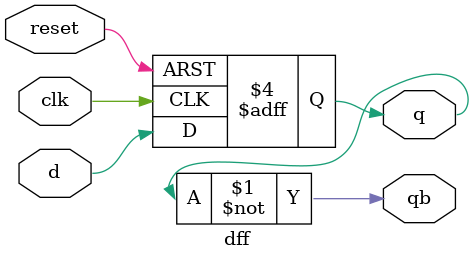
<source format=sv>
module dff (clk, reset,
  d, q, qb);
  input      clk;
  input      reset;
  input      d;
  output     q;
  output     qb;

  reg        q;

  assign qb = ~q;

  initial $display("Hello");
  
  always @(posedge clk or posedge reset)
  begin
    if (reset) begin
      // Asynchronous reset when reset goes high
      q <= 1'b0;
    end else begin
      // Assign D to Q on positive clock edge
      q <= d;
    end
  end
endmodule
</source>
